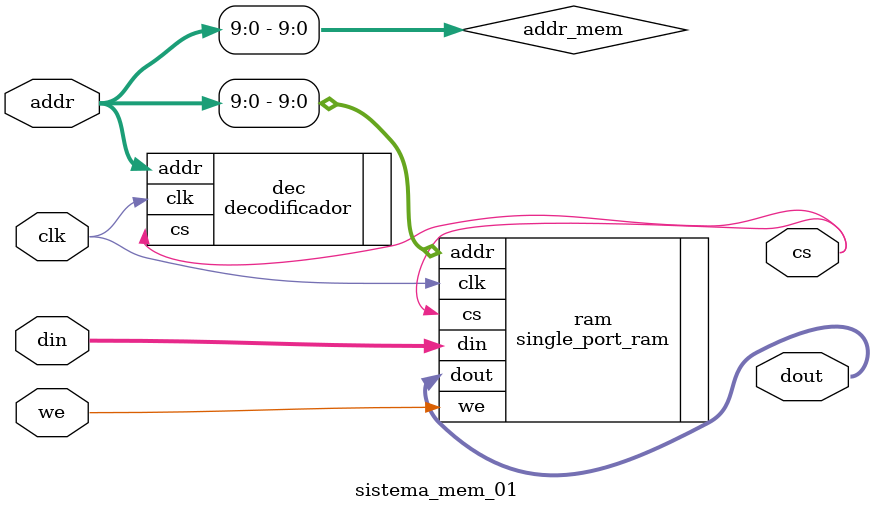
<source format=v>
module sistema_mem_01 (
    input we, clk,
    input [15:0] addr,
    input [7:0] din,
    output [7:0] dout,
    output cs
);

wire [9:0] addr_mem;

assign addr_mem = addr[9:0];

decodificador dec (
    .clk(clk),
    .addr(addr),
    .cs(cs)
);

single_port_ram ram (
    .clk(clk),
    .we(we),
    .cs(cs),
    .addr(addr_mem),
    .din(din),
    .dout(dout)
);
    
endmodule
</source>
